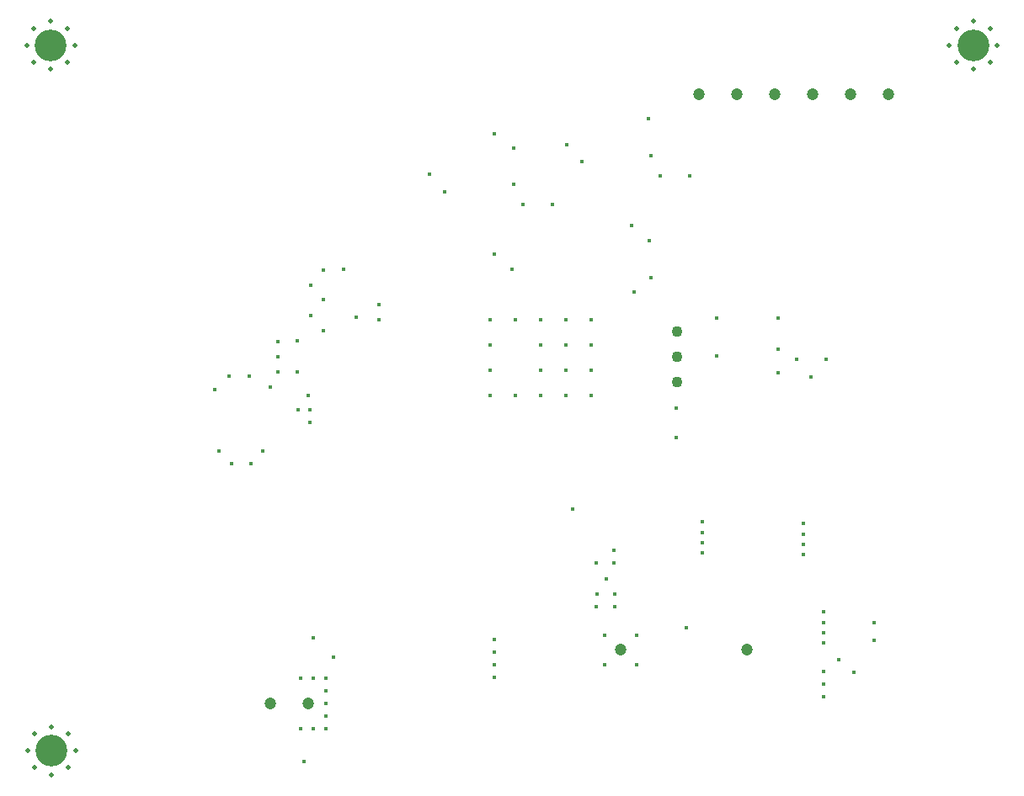
<source format=gbr>
%TF.GenerationSoftware,KiCad,Pcbnew,8.0.4*%
%TF.CreationDate,2024-10-07T11:58:39+07:00*%
%TF.ProjectId,BATTERY_CONVERTER,42415454-4552-4595-9f43-4f4e56455254,rev?*%
%TF.SameCoordinates,Original*%
%TF.FileFunction,Plated,1,2,PTH,Drill*%
%TF.FilePolarity,Positive*%
%FSLAX46Y46*%
G04 Gerber Fmt 4.6, Leading zero omitted, Abs format (unit mm)*
G04 Created by KiCad (PCBNEW 8.0.4) date 2024-10-07 11:58:39*
%MOMM*%
%LPD*%
G01*
G04 APERTURE LIST*
%TA.AperFunction,ViaDrill*%
%ADD10C,0.400000*%
%TD*%
%TA.AperFunction,ComponentDrill*%
%ADD11C,0.500000*%
%TD*%
%TA.AperFunction,ComponentDrill*%
%ADD12C,1.100000*%
%TD*%
%TA.AperFunction,ComponentDrill*%
%ADD13C,1.200000*%
%TD*%
%TA.AperFunction,ComponentDrill*%
%ADD14C,3.200000*%
%TD*%
G04 APERTURE END LIST*
D10*
X59151856Y-85966144D03*
X59532856Y-92131144D03*
X60587456Y-84612144D03*
X60837456Y-93400544D03*
X62568656Y-84612144D03*
X62818656Y-93400544D03*
X64003256Y-92130544D03*
X64721306Y-85710694D03*
X65476456Y-81106944D03*
X65476456Y-82656344D03*
X65476456Y-84180344D03*
X67406856Y-84180344D03*
X67457656Y-81056144D03*
X67533856Y-88015744D03*
X67762456Y-114965144D03*
X67762456Y-120045144D03*
X68118056Y-123397944D03*
X68505656Y-86535944D03*
X68676856Y-88015744D03*
X68676856Y-89230221D03*
X68753056Y-75417344D03*
X68778456Y-78516144D03*
X69032456Y-114965144D03*
X69032456Y-120045144D03*
X69057856Y-110951944D03*
X70023056Y-73944144D03*
X70039556Y-80065544D03*
X70048456Y-76865144D03*
X70302456Y-114965144D03*
X70302456Y-116235144D03*
X70302456Y-117505144D03*
X70302456Y-118775144D03*
X70302456Y-120045144D03*
X71115256Y-112856944D03*
X72119056Y-73842544D03*
X73389056Y-78668544D03*
X75675056Y-77398544D03*
X75675056Y-78922544D03*
X80741856Y-64290044D03*
X82214494Y-66019344D03*
X86812456Y-78897144D03*
X86812456Y-81437144D03*
X86812456Y-83977144D03*
X86812456Y-86517144D03*
X87218856Y-60202744D03*
X87256456Y-111120445D03*
X87256456Y-112390445D03*
X87256456Y-113660445D03*
X87256456Y-114930445D03*
X87269656Y-72355244D03*
X88993706Y-73817144D03*
X89200056Y-61690044D03*
X89208006Y-65333544D03*
X89352456Y-78897144D03*
X89352456Y-86517144D03*
X90114456Y-67359544D03*
X91892456Y-78897144D03*
X91892456Y-81437144D03*
X91892456Y-83977144D03*
X91892456Y-86517144D03*
X93060856Y-67359544D03*
X94432456Y-78897144D03*
X94432456Y-81437144D03*
X94432456Y-83977144D03*
X94432456Y-86517144D03*
X94534056Y-61318244D03*
X95118256Y-97936744D03*
X96012744Y-63047544D03*
X96972456Y-78897144D03*
X96972456Y-81437144D03*
X96972456Y-83977144D03*
X96972456Y-86517144D03*
X97519056Y-103382744D03*
X97531256Y-107776944D03*
X97544456Y-106506944D03*
X98369456Y-110672544D03*
X98369456Y-113644344D03*
X98509656Y-104982944D03*
X99283856Y-102087344D03*
X99297056Y-103382744D03*
X99334656Y-107776944D03*
X99347856Y-106506944D03*
X101061856Y-69453935D03*
X101290456Y-76114444D03*
X101519056Y-110647144D03*
X101519056Y-113618944D03*
X102712856Y-58718244D03*
X102791956Y-70946944D03*
X103006056Y-74655344D03*
X103006256Y-62437944D03*
X103906656Y-64462344D03*
X105550356Y-87787144D03*
X105550356Y-90758944D03*
X106510656Y-109910544D03*
X106878456Y-64462344D03*
X108187056Y-99242544D03*
X108187056Y-100309344D03*
X108187056Y-101325344D03*
X108187056Y-102341344D03*
X109621656Y-78714444D03*
X109621656Y-82570944D03*
X115743056Y-78770144D03*
X115743056Y-81868944D03*
X115743056Y-84256544D03*
X117648056Y-82938594D03*
X118347056Y-99445744D03*
X118347056Y-100512544D03*
X118347056Y-101528544D03*
X118347056Y-102544544D03*
X119109956Y-84662944D03*
X120315056Y-114304744D03*
X120315056Y-115574744D03*
X120315056Y-116844744D03*
X120379056Y-108335744D03*
X120379056Y-109402544D03*
X120379056Y-110418544D03*
X120379056Y-111434544D03*
X120594456Y-82938594D03*
X121864456Y-113116644D03*
X123427056Y-114406344D03*
X125459056Y-109402544D03*
X125459056Y-111180544D03*
D11*
%TO.C,H1*%
X40248200Y-51287344D03*
%TO.C,H2*%
X40348200Y-122287344D03*
%TO.C,H1*%
X40951144Y-49590288D03*
X40951144Y-52984400D03*
%TO.C,H2*%
X41051144Y-120590288D03*
X41051144Y-123984400D03*
%TO.C,H1*%
X42648200Y-48887344D03*
X42648200Y-53687344D03*
%TO.C,H2*%
X42748200Y-119887344D03*
X42748200Y-124687344D03*
%TO.C,H1*%
X44345256Y-49590288D03*
X44345256Y-52984400D03*
%TO.C,H2*%
X44445256Y-120590288D03*
X44445256Y-123984400D03*
%TO.C,H1*%
X45048200Y-51287344D03*
%TO.C,H2*%
X45148200Y-122287344D03*
%TO.C,H3*%
X133002656Y-51287344D03*
X133705600Y-49590288D03*
X133705600Y-52984400D03*
X135402656Y-48887344D03*
X135402656Y-53687344D03*
X137099712Y-49590288D03*
X137099712Y-52984400D03*
X137802656Y-51287344D03*
D12*
%TO.C,U5*%
X105606056Y-80090944D03*
X105606056Y-82630944D03*
X105606056Y-85170944D03*
D13*
%TO.C,J1*%
X64765256Y-117505144D03*
X68575256Y-117505144D03*
%TO.C,R3*%
X99954556Y-112105244D03*
%TO.C,J2*%
X107849056Y-56251844D03*
X111659056Y-56251844D03*
%TO.C,R3*%
X112654556Y-112105244D03*
%TO.C,J2*%
X115469056Y-56251844D03*
X119279056Y-56251844D03*
X123089056Y-56251844D03*
X126899056Y-56251844D03*
D14*
%TO.C,H1*%
X42648200Y-51287344D03*
%TO.C,H2*%
X42748200Y-122287344D03*
%TO.C,H3*%
X135402656Y-51287344D03*
M02*

</source>
